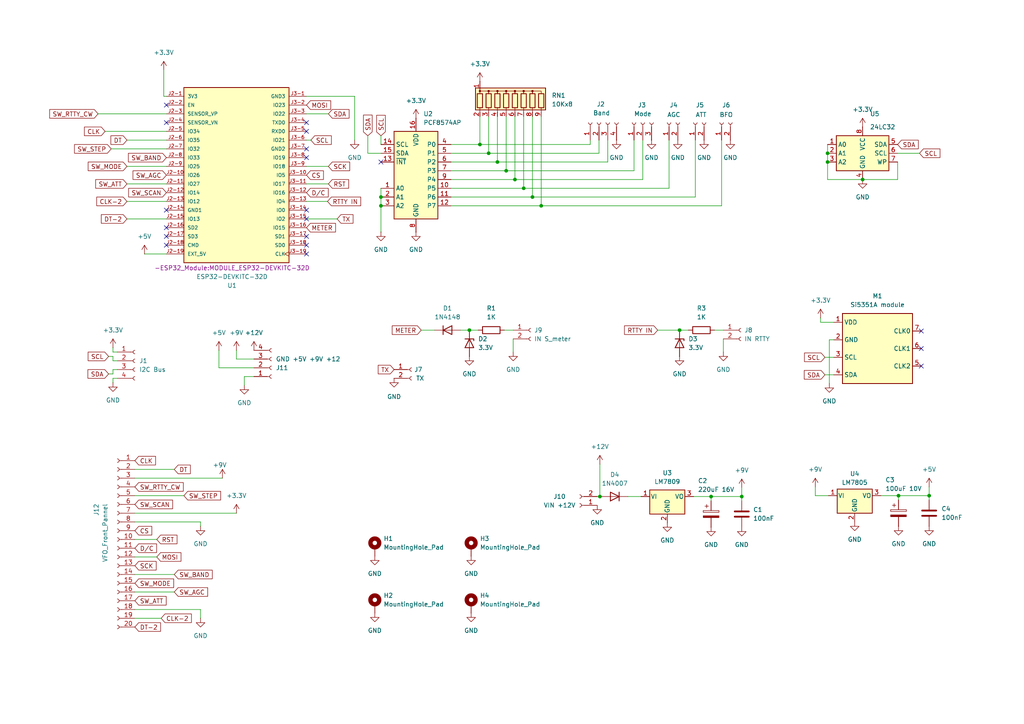
<source format=kicad_sch>
(kicad_sch (version 20250114) (generator "eeschema") (generator_version "9.0")
  (paper "A4")
  (lib_symbols
    (symbol "- ESP32_Module:ESP32-DEVKITC-32D" (pin_names (offset 1.016))
      (property "Reference" "U1" (at 0 33.02 0))
      (property "Value" "ESP32-DEVKITC-32D" (at 0 30.48 0))
      (property "Footprint" "Module_Added:MODULE_ESP32-DEVKITC-32D" (at 0 27.94 0))
      (symbol "ESP32-DEVKITC-32D_0_0"
        (pin input line (at -20.32 20.32 0) (length 5.08) (name "EN") (number "J2-2"))
        (pin input line (at -20.32 17.78 0) (length 5.08) (name "SENSOR_VP") (number "J2-3"))
        (pin input line (at -20.32 15.24 0) (length 5.08) (name "SENSOR_VN") (number "J2-4"))
        (pin bidirectional line (at -20.32 12.7 0) (length 5.08) (name "IO34") (number "J2-5"))
        (pin bidirectional line (at -20.32 10.16 0) (length 5.08) (name "IO35") (number "J2-6"))
        (pin bidirectional line (at -20.32 7.62 0) (length 5.08) (name "IO32") (number "J2-7"))
        (pin bidirectional line (at -20.32 5.08 0) (length 5.08) (name "IO33") (number "J2-8"))
        (pin bidirectional line (at -20.32 2.54 0) (length 5.08) (name "IO25") (number "J2-9"))
        (pin bidirectional line (at -20.32 0 0) (length 5.08) (name "IO26") (number "J2-10"))
        (pin bidirectional line (at -20.32 -2.54 0) (length 5.08) (name "IO27") (number "J2-11"))
        (pin bidirectional line (at -20.32 -5.08 0) (length 5.08) (name "IO14") (number "J2-12"))
        (pin bidirectional line (at -20.32 -7.62 0) (length 5.08) (name "IO12") (number "J2-13"))
        (pin power_in line (at -20.32 -10.16 0) (length 5.08) (name "GND1") (number "J2-14"))
        (pin bidirectional line (at -20.32 -12.7 0) (length 5.08) (name "IO13") (number "J2-15"))
        (pin bidirectional line (at -20.32 -15.24 0) (length 5.08) (name "SD2") (number "J2-16"))
        (pin bidirectional line (at -20.32 -17.78 0) (length 5.08) (name "SD3") (number "J2-17"))
        (pin bidirectional line (at -20.32 -20.32 0) (length 5.08) (name "CMD") (number "J2-18"))
        (pin power_in line (at -20.32 -22.86 0) (length 5.08) (name "EXT_5V") (number "J2-19"))
        (pin power_in line (at 20.32 22.86 180) (length 5.08) (name "GND3") (number "J3-1"))
        (pin bidirectional line (at 20.32 20.32 180) (length 5.08) (name "IO23") (number "J3-2"))
        (pin bidirectional line (at 20.32 17.78 180) (length 5.08) (name "IO22") (number "J3-3"))
        (pin output line (at 20.32 15.24 180) (length 5.08) (name "TXD0") (number "J3-4"))
        (pin input line (at 20.32 12.7 180) (length 5.08) (name "RXD0") (number "J3-5"))
        (pin bidirectional line (at 20.32 10.16 180) (length 5.08) (name "IO21") (number "J3-6"))
        (pin power_in line (at 20.32 7.62 180) (length 5.08) (name "GND2") (number "J3-7"))
        (pin bidirectional line (at 20.32 5.08 180) (length 5.08) (name "IO19") (number "J3-8"))
        (pin bidirectional line (at 20.32 2.54 180) (length 5.08) (name "IO18") (number "J3-9"))
        (pin bidirectional line (at 20.32 0 180) (length 5.08) (name "IO5") (number "J3-10"))
        (pin bidirectional line (at 20.32 -2.54 180) (length 5.08) (name "IO17") (number "J3-11"))
        (pin bidirectional line (at 20.32 -5.08 180) (length 5.08) (name "IO16") (number "J3-12"))
        (pin bidirectional line (at 20.32 -7.62 180) (length 5.08) (name "IO4") (number "J3-13"))
        (pin bidirectional line (at 20.32 -10.16 180) (length 5.08) (name "IO0") (number "J3-14"))
        (pin bidirectional line (at 20.32 -12.7 180) (length 5.08) (name "IO2") (number "J3-15"))
        (pin bidirectional line (at 20.32 -15.24 180) (length 5.08) (name "IO15") (number "J3-16"))
        (pin bidirectional line (at 20.32 -17.78 180) (length 5.08) (name "SD1") (number "J3-17"))
        (pin bidirectional line (at 20.32 -20.32 180) (length 5.08) (name "SD0") (number "J3-18"))
        (pin input clock (at 20.32 -22.86 180) (length 5.08) (name "CLK") (number "J3-19"))
      )
      (symbol "ESP32-DEVKITC-32D_1_0"
        (pin power_out line (at -20.32 22.86 0) (length 5.08) (name "3V3") (number "J2-1"))
      )
    )
    (symbol "- Periferial_Module:Si5351A module"
      (property "Reference" "M" (at -8.89 11.43 0))
      (property "Value" "Si5351A module" (at 0.254 -11.938 0))
      (symbol "Si5351A module_1_1"
        (pin power_in line (at -12.7 7.62 0) (length 2.54) (name "VDD") (number "1"))
        (pin power_in line (at -12.7 2.54 0) (length 2.54) (name "GND") (number "2"))
        (pin input line (at -12.7 -2.54 0) (length 2.54) (name "SCL") (number "3"))
        (pin bidirectional line (at -12.7 -7.62 0) (length 2.54) (name "SDA") (number "4"))
        (pin output line (at 12.7 5.08 180) (length 2.54) (name "CLK0") (number "7"))
        (pin output line (at 12.7 0 180) (length 2.54) (name "CLK1") (number "6"))
        (pin output line (at 12.7 -5.08 180) (length 2.54) (name "CLK2") (number "5"))
      )
    )
    (symbol "Connector:Conn_01x02_Socket" (pin_names (offset 1.016) (hide yes))
      (property "Reference" "J" (at 0 2.54 0))
      (property "Value" "Conn_01x02_Socket" (at 0 -5.08 0))
      (symbol "Conn_01x02_Socket_1_1"
        (pin passive line (at -5.08 0 0) (length 3.81) (name "Pin_1") (number "1"))
        (pin passive line (at -5.08 -2.54 0) (length 3.81) (name "Pin_2") (number "2"))
      )
    )
    (symbol "Connector:Conn_01x03_Socket" (pin_names (offset 1.016) (hide yes))
      (property "Reference" "J" (at 0 5.08 0))
      (property "Value" "Conn_01x03_Socket" (at 0 -5.08 0))
      (symbol "Conn_01x03_Socket_1_1"
        (pin passive line (at -5.08 2.54 0) (length 3.81) (name "Pin_1") (number "1"))
        (pin passive line (at -5.08 0 0) (length 3.81) (name "Pin_2") (number "2"))
        (pin passive line (at -5.08 -2.54 0) (length 3.81) (name "Pin_3") (number "3"))
      )
    )
    (symbol "Connector:Conn_01x04_Socket" (pin_names (offset 1.016) (hide yes))
      (property "Reference" "J" (at 0 5.08 0))
      (property "Value" "Conn_01x04_Socket" (at 0 -7.62 0))
      (symbol "Conn_01x04_Socket_1_1"
        (pin passive line (at -5.08 2.54 0) (length 3.81) (name "Pin_1") (number "1"))
        (pin passive line (at -5.08 0 0) (length 3.81) (name "Pin_2") (number "2"))
        (pin passive line (at -5.08 -2.54 0) (length 3.81) (name "Pin_3") (number "3"))
        (pin passive line (at -5.08 -5.08 0) (length 3.81) (name "Pin_4") (number "4"))
      )
    )
    (symbol "Connector:Conn_01x20_Socket" (pin_names (offset 1.016) (hide yes))
      (property "Reference" "J" (at 0 25.4 0))
      (property "Value" "Conn_01x20_Socket" (at 0 -27.94 0))
      (symbol "Conn_01x20_Socket_1_1"
        (pin passive line (at -5.08 22.86 0) (length 3.81) (name "Pin_1") (number "1"))
        (pin passive line (at -5.08 20.32 0) (length 3.81) (name "Pin_2") (number "2"))
        (pin passive line (at -5.08 17.78 0) (length 3.81) (name "Pin_3") (number "3"))
        (pin passive line (at -5.08 15.24 0) (length 3.81) (name "Pin_4") (number "4"))
        (pin passive line (at -5.08 12.7 0) (length 3.81) (name "Pin_5") (number "5"))
        (pin passive line (at -5.08 10.16 0) (length 3.81) (name "Pin_6") (number "6"))
        (pin passive line (at -5.08 7.62 0) (length 3.81) (name "Pin_7") (number "7"))
        (pin passive line (at -5.08 5.08 0) (length 3.81) (name "Pin_8") (number "8"))
        (pin passive line (at -5.08 2.54 0) (length 3.81) (name "Pin_9") (number "9"))
        (pin passive line (at -5.08 0 0) (length 3.81) (name "Pin_10") (number "10"))
        (pin passive line (at -5.08 -2.54 0) (length 3.81) (name "Pin_11") (number "11"))
        (pin passive line (at -5.08 -5.08 0) (length 3.81) (name "Pin_12") (number "12"))
        (pin passive line (at -5.08 -7.62 0) (length 3.81) (name "Pin_13") (number "13"))
        (pin passive line (at -5.08 -10.16 0) (length 3.81) (name "Pin_14") (number "14"))
        (pin passive line (at -5.08 -12.7 0) (length 3.81) (name "Pin_15") (number "15"))
        (pin passive line (at -5.08 -15.24 0) (length 3.81) (name "Pin_16") (number "16"))
        (pin passive line (at -5.08 -17.78 0) (length 3.81) (name "Pin_17") (number "17"))
        (pin passive line (at -5.08 -20.32 0) (length 3.81) (name "Pin_18") (number "18"))
        (pin passive line (at -5.08 -22.86 0) (length 3.81) (name "Pin_19") (number "19"))
        (pin passive line (at -5.08 -25.4 0) (length 3.81) (name "Pin_20") (number "20"))
      )
    )
    (symbol "Device:C" (pin_numbers (hide yes)) (pin_names (offset 0.254))
      (property "Reference" "C" (at 0.635 2.54 0))
      (property "Value" "C" (at 0.635 -2.54 0))
      (symbol "C_1_1"
        (pin passive line (at 0 3.81 270) (length 2.794) (name "~") (number "1"))
        (pin passive line (at 0 -3.81 90) (length 2.794) (name "~") (number "2"))
      )
    )
    (symbol "Device:C_Polarized" (pin_numbers (hide yes)) (pin_names (offset 0.254))
      (property "Reference" "C" (at 0.635 2.54 0))
      (property "Value" "C_Polarized" (at 0.635 -2.54 0))
      (symbol "C_Polarized_1_1"
        (pin passive line (at 0 3.81 270) (length 2.794) (name "~") (number "1"))
        (pin passive line (at 0 -3.81 90) (length 2.794) (name "~") (number "2"))
      )
    )
    (symbol "Device:R" (pin_numbers (hide yes)) (pin_names (offset 0))
      (property "Reference" "R" (at 2.032 0 90))
      (property "Value" "R" (at 0 0 90))
      (symbol "R_1_1"
        (pin passive line (at 0 3.81 270) (length 1.27) (name "~") (number "1"))
        (pin passive line (at 0 -3.81 90) (length 1.27) (name "~") (number "2"))
      )
    )
    (symbol "Device:R_Network08" (pin_names (offset 0) (hide yes))
      (property "Reference" "RN" (at -12.7 0 90))
      (property "Value" "R_Network08" (at 10.16 0 90))
      (symbol "R_Network08_1_1"
        (pin passive line (at -10.16 5.08 270) (length 2.54) (name "common") (number "1"))
        (pin passive line (at -10.16 -5.08 90) (length 1.27) (name "R1") (number "2"))
        (pin passive line (at -7.62 -5.08 90) (length 1.27) (name "R2") (number "3"))
        (pin passive line (at -5.08 -5.08 90) (length 1.27) (name "R3") (number "4"))
        (pin passive line (at -2.54 -5.08 90) (length 1.27) (name "R4") (number "5"))
        (pin passive line (at 0 -5.08 90) (length 1.27) (name "R5") (number "6"))
        (pin passive line (at 2.54 -5.08 90) (length 1.27) (name "R6") (number "7"))
        (pin passive line (at 5.08 -5.08 90) (length 1.27) (name "R7") (number "8"))
        (pin passive line (at 7.62 -5.08 90) (length 1.27) (name "R8") (number "9"))
      )
    )
    (symbol "Diode:1N4007" (pin_numbers (hide yes)) (pin_names (hide yes))
      (property "Reference" "D" (at 0 2.54 0))
      (property "Value" "1N4007" (at 0 -2.54 0))
      (symbol "1N4007_1_1"
        (pin passive line (at -3.81 0 0) (length 2.54) (name "K") (number "1"))
        (pin passive line (at 3.81 0 180) (length 2.54) (name "A") (number "2"))
      )
    )
    (symbol "Diode:1N4148" (pin_numbers (hide yes)) (pin_names (hide yes))
      (property "Reference" "D" (at 0 2.54 0))
      (property "Value" "1N4148" (at 0 -2.54 0))
      (symbol "1N4148_1_1"
        (pin passive line (at -3.81 0 0) (length 2.54) (name "K") (number "1"))
        (pin passive line (at 3.81 0 180) (length 2.54) (name "A") (number "2"))
      )
    )
    (symbol "Diode:DZ2S033X0L" (pin_numbers (hide yes)) (pin_names (hide yes))
      (property "Reference" "D" (at 0 2.54 0))
      (property "Value" "DZ2S033X0L" (at 0 -2.54 0))
      (symbol "DZ2S033X0L_1_1"
        (pin passive line (at -3.81 0 0) (length 2.54) (name "K") (number "1"))
        (pin passive line (at 3.81 0 180) (length 2.54) (name "A") (number "2"))
      )
    )
    (symbol "Interface_Expansion:PCF8574AP"
      (property "Reference" "U" (at -6.35 12.954 0))
      (property "Value" "PCF8574AP" (at 3.048 12.954 0))
      (symbol "PCF8574AP_1_1"
        (pin input line (at -10.16 7.62 0) (length 3.81) (name "SCL") (number "14"))
        (pin bidirectional line (at -10.16 5.08 0) (length 3.81) (name "SDA") (number "15"))
        (pin open_collector line (at -10.16 2.54 0) (length 3.81) (name "~{INT}") (number "13"))
        (pin input line (at -10.16 -5.08 0) (length 3.81) (name "A0") (number "1"))
        (pin input line (at -10.16 -7.62 0) (length 3.81) (name "A1") (number "2"))
        (pin input line (at -10.16 -10.16 0) (length 3.81) (name "A2") (number "3"))
        (pin power_in line (at 0 15.24 270) (length 3.81) (name "VDD") (number "16"))
        (pin power_in line (at 0 -17.78 90) (length 3.81) (name "GND") (number "8"))
        (pin bidirectional line (at 10.16 7.62 180) (length 3.81) (name "P0") (number "4"))
        (pin bidirectional line (at 10.16 5.08 180) (length 3.81) (name "P1") (number "5"))
        (pin bidirectional line (at 10.16 2.54 180) (length 3.81) (name "P2") (number "6"))
        (pin bidirectional line (at 10.16 0 180) (length 3.81) (name "P3") (number "7"))
        (pin bidirectional line (at 10.16 -2.54 180) (length 3.81) (name "P4") (number "9"))
        (pin bidirectional line (at 10.16 -5.08 180) (length 3.81) (name "P5") (number "10"))
        (pin bidirectional line (at 10.16 -7.62 180) (length 3.81) (name "P6") (number "11"))
        (pin bidirectional line (at 10.16 -10.16 180) (length 3.81) (name "P7") (number "12"))
      )
    )
    (symbol "Mechanical:MountingHole_Pad" (pin_numbers (hide yes)) (pin_names (offset 1.016) (hide yes)) (exclude_from_sim yes) (in_bom no)
      (property "Reference" "H" (at 0 6.35 0))
      (property "Value" "MountingHole_Pad" (at 0 4.445 0))
      (symbol "MountingHole_Pad_1_1"
        (pin input line (at 0 -2.54 90) (length 2.54) (name "1") (number "1"))
      )
    )
    (symbol "Memory_EEPROM:24LC32"
      (property "Reference" "U" (at -6.35 6.35 0))
      (property "Value" "24LC32" (at 1.27 6.35 0))
      (symbol "24LC32_1_1"
        (pin input line (at -10.16 2.54 0) (length 2.54) (name "A0") (number "1"))
        (pin input line (at -10.16 0 0) (length 2.54) (name "A1") (number "2"))
        (pin input line (at -10.16 -2.54 0) (length 2.54) (name "A2") (number "3"))
        (pin power_in line (at 0 7.62 270) (length 2.54) (name "VCC") (number "8"))
        (pin power_in line (at 0 -7.62 90) (length 2.54) (name "GND") (number "4"))
        (pin bidirectional line (at 10.16 2.54 180) (length 2.54) (name "SDA") (number "5"))
        (pin input line (at 10.16 0 180) (length 2.54) (name "SCL") (number "6"))
        (pin input line (at 10.16 -2.54 180) (length 2.54) (name "WP") (number "7"))
      )
    )
    (symbol "Regulator_Linear:LM7805_TO220" (pin_names (offset 0.254))
      (property "Reference" "U" (at -3.81 3.175 0))
      (property "Value" "LM7805_TO220" (at 0 3.175 0))
      (symbol "LM7805_TO220_1_1"
        (pin power_in line (at -7.62 0 0) (length 2.54) (name "VI") (number "1"))
        (pin power_in line (at 0 -7.62 90) (length 2.54) (name "GND") (number "2"))
        (pin power_out line (at 7.62 0 180) (length 2.54) (name "VO") (number "3"))
      )
    )
    (symbol "Regulator_Linear:LM7809_TO220" (pin_names (offset 0.254))
      (property "Reference" "U" (at -3.81 3.175 0))
      (property "Value" "LM7809_TO220" (at 0 3.175 0))
      (symbol "LM7809_TO220_1_1"
        (pin power_in line (at -7.62 0 0) (length 2.54) (name "VI") (number "1"))
        (pin power_in line (at 0 -7.62 90) (length 2.54) (name "GND") (number "2"))
        (pin power_out line (at 7.62 0 180) (length 2.54) (name "VO") (number "3"))
      )
    )
    (symbol "power:+12V" (power) (pin_numbers (hide yes)) (pin_names (offset 0) (hide yes))
      (property "Value" "+12V" (at 0 3.556 0))
      (symbol "+12V_1_1"
        (pin power_in line (at 0 0 90) (length 0) (name "~") (number "1"))
      )
    )
    (symbol "power:+3.3V" (power) (pin_numbers (hide yes)) (pin_names (offset 0) (hide yes))
      (property "Value" "+3.3V" (at 0 3.556 0))
      (symbol "+3.3V_1_1"
        (pin power_in line (at 0 0 90) (length 0) (name "~") (number "1"))
      )
    )
    (symbol "power:+5V" (power) (pin_numbers (hide yes)) (pin_names (offset 0) (hide yes))
      (property "Value" "+5V" (at 0 3.556 0))
      (symbol "+5V_1_1"
        (pin power_in line (at 0 0 90) (length 0) (name "~") (number "1"))
      )
    )
    (symbol "power:+9V" (power) (pin_numbers (hide yes)) (pin_names (offset 0) (hide yes))
      (property "Value" "+9V" (at 0 3.556 0))
      (symbol "+9V_1_1"
        (pin power_in line (at 0 0 90) (length 0) (name "~") (number "1"))
      )
    )
    (symbol "power:GND" (power) (pin_numbers (hide yes)) (pin_names (offset 0) (hide yes))
      (property "Value" "GND" (at 0 -3.81 0))
      (symbol "GND_1_1"
        (pin power_in line (at 0 0 270) (length 0) (name "~") (number "1"))
      )
    )
  )
  (junction (at 215.138 144.018))
  (junction (at 136.144 95.758))
  (junction (at 144.272 46.99))
  (junction (at 206.248 144.018))
  (junction (at 110.49 57.15))
  (junction (at 173.99 144.018))
  (junction (at 146.812 49.53))
  (junction (at 110.49 59.69))
  (junction (at 240.03 44.45))
  (junction (at 250.19 52.07))
  (junction (at 260.604 143.764))
  (junction (at 149.352 52.07))
  (junction (at 141.732 44.45))
  (junction (at 139.192 41.91))
  (junction (at 269.494 143.764))
  (junction (at 240.03 46.99))
  (junction (at 156.972 59.69))
  (junction (at 197.104 95.758))
  (junction (at 151.892 54.61))
  (junction (at 154.432 57.15))
  (no_connect (at 88.9 71.12))
  (no_connect (at 88.9 73.66))
  (no_connect (at 88.9 45.72))
  (no_connect (at 88.9 63.5))
  (no_connect (at 110.49 46.99))
  (no_connect (at 48.26 71.12))
  (no_connect (at 48.26 66.04))
  (no_connect (at 48.26 68.58))
  (no_connect (at 88.9 35.56))
  (no_connect (at 88.9 60.96))
  (no_connect (at 267.208 106.172))
  (no_connect (at 88.9 38.1))
  (no_connect (at 88.9 68.58))
  (no_connect (at 48.26 60.96))
  (no_connect (at 267.208 96.012))
  (no_connect (at 48.26 35.56))
  (no_connect (at 48.26 30.48))
  (no_connect (at 88.9 43.18))
  (no_connect (at 267.208 101.092))
  (no_connect (at 331.47 -77.47))
  (wire (pts (xy 88.9 48.26) (xy 95.25 48.26)))
  (wire (pts (xy 144.272 46.99) (xy 176.276 46.99)))
  (wire (pts (xy 63.5 106.68) (xy 73.66 106.68)))
  (wire (pts (xy 63.5 101.6) (xy 63.5 106.68)))
  (wire (pts (xy 156.972 33.782) (xy 156.972 59.69)))
  (wire (pts (xy 45.466 156.464) (xy 39.116 156.464)))
  (wire (pts (xy 209.296 59.69) (xy 209.296 40.64)))
  (wire (pts (xy 110.49 57.15) (xy 110.49 59.69)))
  (wire (pts (xy 183.896 49.53) (xy 183.896 40.64)))
  (wire (pts (xy 136.144 95.758) (xy 138.684 95.758)))
  (wire (pts (xy 32.766 107.188) (xy 34.036 107.188)))
  (wire (pts (xy 88.9 53.34) (xy 95.25 53.34)))
  (wire (pts (xy 260.35 44.45) (xy 266.7 44.45)))
  (wire (pts (xy 34.036 102.108) (xy 32.766 102.108)))
  (wire (pts (xy 28.448 33.02) (xy 48.26 33.02)))
  (wire (pts (xy 32.766 109.728) (xy 32.766 110.998)))
  (wire (pts (xy 209.804 98.298) (xy 209.804 102.108)))
  (wire (pts (xy 269.494 145.034) (xy 269.494 143.764)))
  (wire (pts (xy 50.546 136.144) (xy 39.116 136.144)))
  (wire (pts (xy 70.866 109.22) (xy 73.66 109.22)))
  (wire (pts (xy 239.268 103.632) (xy 241.808 103.632)))
  (wire (pts (xy 260.604 143.764) (xy 255.524 143.764)))
  (wire (pts (xy 68.58 148.844) (xy 39.116 148.844)))
  (wire (pts (xy 30.48 38.1) (xy 48.26 38.1)))
  (wire (pts (xy 36.83 53.34) (xy 48.26 53.34)))
  (wire (pts (xy 149.352 33.782) (xy 149.352 52.07)))
  (wire (pts (xy 156.972 59.69) (xy 209.296 59.69)))
  (wire (pts (xy 130.81 44.45) (xy 141.732 44.45)))
  (wire (pts (xy 144.272 33.782) (xy 144.272 46.99)))
  (wire (pts (xy 45.466 161.544) (xy 39.116 161.544)))
  (wire (pts (xy 106.68 39.37) (xy 106.68 44.45)))
  (wire (pts (xy 97.79 63.5) (xy 88.9 63.5)))
  (wire (pts (xy 240.03 52.07) (xy 250.19 52.07)))
  (wire (pts (xy 141.732 33.782) (xy 141.732 44.45)))
  (wire (pts (xy 148.844 98.298) (xy 148.844 102.108)))
  (wire (pts (xy 130.81 59.69) (xy 156.972 59.69)))
  (wire (pts (xy 122.174 95.758) (xy 125.984 95.758)))
  (wire (pts (xy 95.25 33.02) (xy 88.9 33.02)))
  (wire (pts (xy 102.87 27.94) (xy 102.87 40.64)))
  (wire (pts (xy 47.498 20.32) (xy 47.498 27.94)))
  (wire (pts (xy 130.81 52.07) (xy 149.352 52.07)))
  (wire (pts (xy 241.808 98.552) (xy 240.538 98.552)))
  (wire (pts (xy 130.81 54.61) (xy 151.892 54.61)))
  (wire (pts (xy 32.766 102.108) (xy 32.766 100.838)))
  (wire (pts (xy 146.812 33.782) (xy 146.812 49.53)))
  (wire (pts (xy 237.998 92.202) (xy 237.998 93.472)))
  (wire (pts (xy 88.9 40.64) (xy 90.17 40.64)))
  (wire (pts (xy 215.138 141.478) (xy 215.138 144.018)))
  (wire (pts (xy 269.494 141.224) (xy 269.494 143.764)))
  (wire (pts (xy 58.166 151.384) (xy 58.166 152.654)))
  (wire (pts (xy 240.03 41.91) (xy 240.03 44.45)))
  (wire (pts (xy 139.192 41.91) (xy 171.196 41.91)))
  (wire (pts (xy 64.516 138.684) (xy 39.116 138.684)))
  (wire (pts (xy 41.91 73.66) (xy 48.26 73.66)))
  (wire (pts (xy 237.998 93.472) (xy 241.808 93.472)))
  (wire (pts (xy 32.766 108.458) (xy 32.766 107.188)))
  (wire (pts (xy 151.892 33.782) (xy 151.892 54.61)))
  (wire (pts (xy 173.228 144.018) (xy 173.99 144.018)))
  (wire (pts (xy 53.34 143.764) (xy 39.116 143.764)))
  (wire (pts (xy 141.732 44.45) (xy 173.736 44.45)))
  (wire (pts (xy 151.892 54.61) (xy 194.056 54.61)))
  (wire (pts (xy 46.736 179.324) (xy 39.116 179.324)))
  (wire (pts (xy 36.83 40.64) (xy 48.26 40.64)))
  (wire (pts (xy 36.83 48.26) (xy 48.26 48.26)))
  (wire (pts (xy 88.9 27.94) (xy 102.87 27.94)))
  (wire (pts (xy 50.546 166.624) (xy 39.116 166.624)))
  (wire (pts (xy 32.258 43.18) (xy 48.26 43.18)))
  (wire (pts (xy 260.35 46.99) (xy 260.35 52.07)))
  (wire (pts (xy 260.604 143.764) (xy 260.604 145.034)))
  (wire (pts (xy 240.03 46.99) (xy 240.03 52.07)))
  (wire (pts (xy 146.304 95.758) (xy 148.844 95.758)))
  (wire (pts (xy 139.192 33.782) (xy 139.192 41.91)))
  (wire (pts (xy 207.264 95.758) (xy 209.804 95.758)))
  (wire (pts (xy 154.432 57.15) (xy 201.676 57.15)))
  (wire (pts (xy 173.99 144.018) (xy 174.498 144.018)))
  (wire (pts (xy 110.49 54.61) (xy 110.49 57.15)))
  (wire (pts (xy 68.58 104.14) (xy 73.66 104.14)))
  (wire (pts (xy 194.056 54.61) (xy 194.056 40.64)))
  (wire (pts (xy 197.104 95.758) (xy 199.644 95.758)))
  (wire (pts (xy 31.496 103.378) (xy 32.766 103.378)))
  (wire (pts (xy 171.196 41.91) (xy 171.196 40.64)))
  (wire (pts (xy 110.49 59.69) (xy 110.49 67.31)))
  (wire (pts (xy 58.166 176.784) (xy 58.166 179.324)))
  (wire (pts (xy 88.9 58.42) (xy 94.996 58.42)))
  (wire (pts (xy 68.58 101.6) (xy 68.58 104.14)))
  (wire (pts (xy 130.81 49.53) (xy 146.812 49.53)))
  (wire (pts (xy 173.99 134.62) (xy 173.99 144.018)))
  (wire (pts (xy 260.35 52.07) (xy 250.19 52.07)))
  (wire (pts (xy 50.546 171.704) (xy 39.116 171.704)))
  (wire (pts (xy 215.138 144.018) (xy 206.248 144.018)))
  (wire (pts (xy 206.248 144.018) (xy 201.168 144.018)))
  (wire (pts (xy 130.81 41.91) (xy 139.192 41.91)))
  (wire (pts (xy 146.812 49.53) (xy 183.896 49.53)))
  (wire (pts (xy 173.736 44.45) (xy 173.736 40.64)))
  (wire (pts (xy 36.83 58.42) (xy 48.26 58.42)))
  (wire (pts (xy 185.928 144.018) (xy 182.118 144.018)))
  (wire (pts (xy 206.248 144.018) (xy 206.248 145.288)))
  (wire (pts (xy 215.138 145.288) (xy 215.138 144.018)))
  (wire (pts (xy 34.036 109.728) (xy 32.766 109.728)))
  (wire (pts (xy 269.494 143.764) (xy 260.604 143.764)))
  (wire (pts (xy 39.116 151.384) (xy 58.166 151.384)))
  (wire (pts (xy 186.436 52.07) (xy 186.436 40.64)))
  (wire (pts (xy 130.81 46.99) (xy 144.272 46.99)))
  (wire (pts (xy 70.866 109.22) (xy 70.866 111.76)))
  (wire (pts (xy 240.538 98.552) (xy 240.538 111.252)))
  (wire (pts (xy 240.03 44.45) (xy 240.03 46.99)))
  (wire (pts (xy 239.268 108.712) (xy 241.808 108.712)))
  (wire (pts (xy 110.49 39.37) (xy 110.49 41.91)))
  (wire (pts (xy 47.498 27.94) (xy 48.26 27.94)))
  (wire (pts (xy 39.116 176.784) (xy 58.166 176.784)))
  (wire (pts (xy 36.83 63.5) (xy 48.26 63.5)))
  (wire (pts (xy 149.352 52.07) (xy 186.436 52.07)))
  (wire (pts (xy 130.81 57.15) (xy 154.432 57.15)))
  (wire (pts (xy 32.766 103.378) (xy 32.766 104.648)))
  (wire (pts (xy 176.276 46.99) (xy 176.276 40.64)))
  (wire (pts (xy 154.432 33.782) (xy 154.432 57.15)))
  (wire (pts (xy 106.68 44.45) (xy 110.49 44.45)))
  (wire (pts (xy 31.496 108.458) (xy 32.766 108.458)))
  (wire (pts (xy 133.604 95.758) (xy 136.144 95.758)))
  (wire (pts (xy 201.676 57.15) (xy 201.676 40.64)))
  (wire (pts (xy 236.474 141.224) (xy 236.474 143.764)))
  (wire (pts (xy 190.754 95.758) (xy 197.104 95.758)))
  (wire (pts (xy 236.474 143.764) (xy 240.284 143.764)))
  (wire (pts (xy 32.766 104.648) (xy 34.036 104.648)))
  (global_label "RST" (shape input) (at 95.25 53.34 0) (property "Intersheetrefs" "${INTERSHEET_REFS}" (effects (hide yes))))
  (global_label "SCK" (shape input) (at 39.116 164.084 0) (property "Intersheetrefs" "${INTERSHEET_REFS}" (effects (hide yes))))
  (global_label "SW_RTTY_CW" (shape input) (at 39.116 141.224 0) (property "Intersheetrefs" "${INTERSHEET_REFS}" (effects (hide yes))))
  (global_label "SDA" (shape input) (at 239.268 108.712 180) (property "Intersheetrefs" "${INTERSHEET_REFS}" (effects (hide yes))))
  (global_label "CLK-2" (shape input) (at 36.83 58.42 180) (property "Intersheetrefs" "${INTERSHEET_REFS}" (effects (hide yes))))
  (global_label "D{slash}C" (shape input) (at 88.9 55.88 0) (property "Intersheetrefs" "${INTERSHEET_REFS}" (effects (hide yes))))
  (global_label "CLK" (shape input) (at 39.116 133.604 0) (property "Intersheetrefs" "${INTERSHEET_REFS}" (effects (hide yes))))
  (global_label "SW_STEP" (shape input) (at 53.34 143.764 0) (property "Intersheetrefs" "${INTERSHEET_REFS}" (effects (hide yes))))
  (global_label "SW_RTTY_CW" (shape input) (at 28.448 33.02 180) (property "Intersheetrefs" "${INTERSHEET_REFS}" (effects (hide yes))))
  (global_label "MOSI" (shape input) (at 88.9 30.48 0) (property "Intersheetrefs" "${INTERSHEET_REFS}" (effects (hide yes))))
  (global_label "SDA" (shape input) (at 260.35 41.91 0) (property "Intersheetrefs" "${INTERSHEET_REFS}" (effects (hide yes))))
  (global_label "DT" (shape input) (at 36.83 40.64 180) (property "Intersheetrefs" "${INTERSHEET_REFS}" (effects (hide yes))))
  (global_label "SW_BAND" (shape input) (at 48.26 45.72 180) (property "Intersheetrefs" "${INTERSHEET_REFS}" (effects (hide yes))))
  (global_label "SDA" (shape input) (at 95.25 33.02 0) (property "Intersheetrefs" "${INTERSHEET_REFS}" (effects (hide yes))))
  (global_label "RTTY IN" (shape input) (at 190.754 95.758 180) (property "Intersheetrefs" "${INTERSHEET_REFS}" (effects (hide yes))))
  (global_label "SCK" (shape input) (at 95.25 48.26 0) (property "Intersheetrefs" "${INTERSHEET_REFS}" (effects (hide yes))))
  (global_label "CLK-2" (shape input) (at 46.736 179.324 0) (property "Intersheetrefs" "${INTERSHEET_REFS}" (effects (hide yes))))
  (global_label "MOSI" (shape input) (at 45.466 161.544 0) (property "Intersheetrefs" "${INTERSHEET_REFS}" (effects (hide yes))))
  (global_label "SCL" (shape input) (at 239.268 103.632 180) (property "Intersheetrefs" "${INTERSHEET_REFS}" (effects (hide yes))))
  (global_label "SCL" (shape input) (at 90.17 40.64 0) (property "Intersheetrefs" "${INTERSHEET_REFS}" (effects (hide yes))))
  (global_label "SW_MODE" (shape input) (at 36.83 48.26 180) (property "Intersheetrefs" "${INTERSHEET_REFS}" (effects (hide yes))))
  (global_label "RST" (shape input) (at 45.466 156.464 0) (property "Intersheetrefs" "${INTERSHEET_REFS}" (effects (hide yes))))
  (global_label "SW_ATT" (shape input) (at 39.116 174.244 0) (property "Intersheetrefs" "${INTERSHEET_REFS}" (effects (hide yes))))
  (global_label "RTTY IN" (shape input) (at 94.996 58.42 0) (property "Intersheetrefs" "${INTERSHEET_REFS}" (effects (hide yes))))
  (global_label "CS" (shape input) (at 88.9 50.8 0) (property "Intersheetrefs" "${INTERSHEET_REFS}" (effects (hide yes))))
  (global_label "CLK" (shape input) (at 30.48 38.1 180) (property "Intersheetrefs" "${INTERSHEET_REFS}" (effects (hide yes))))
  (global_label "D{slash}C" (shape input) (at 39.116 159.004 0) (property "Intersheetrefs" "${INTERSHEET_REFS}" (effects (hide yes))))
  (global_label "SW_SCAN" (shape input) (at 39.116 146.304 0) (property "Intersheetrefs" "${INTERSHEET_REFS}" (effects (hide yes))))
  (global_label "DT-2" (shape input) (at 36.83 63.5 180) (property "Intersheetrefs" "${INTERSHEET_REFS}" (effects (hide yes))))
  (global_label "SCL" (shape input) (at 31.496 103.378 180) (property "Intersheetrefs" "${INTERSHEET_REFS}" (effects (hide yes))))
  (global_label "SW_ATT" (shape input) (at 36.83 53.34 180) (property "Intersheetrefs" "${INTERSHEET_REFS}" (effects (hide yes))))
  (global_label "SCL" (shape input) (at 266.7 44.45 0) (property "Intersheetrefs" "${INTERSHEET_REFS}" (effects (hide yes))))
  (global_label "TX" (shape input) (at 114.3 107.188 180) (property "Intersheetrefs" "${INTERSHEET_REFS}" (effects (hide yes))))
  (global_label "SW_STEP" (shape input) (at 32.258 43.18 180) (property "Intersheetrefs" "${INTERSHEET_REFS}" (effects (hide yes))))
  (global_label "SDA" (shape input) (at 106.68 39.37 90) (property "Intersheetrefs" "${INTERSHEET_REFS}" (effects (hide yes))))
  (global_label "SCL" (shape input) (at 110.49 39.37 90) (property "Intersheetrefs" "${INTERSHEET_REFS}" (effects (hide yes))))
  (global_label "CS" (shape input) (at 39.116 153.924 0) (property "Intersheetrefs" "${INTERSHEET_REFS}" (effects (hide yes))))
  (global_label "SDA" (shape input) (at 31.496 108.458 180) (property "Intersheetrefs" "${INTERSHEET_REFS}" (effects (hide yes))))
  (global_label "SW_BAND" (shape input) (at 50.546 166.624 0) (property "Intersheetrefs" "${INTERSHEET_REFS}" (effects (hide yes))))
  (global_label "SW_SCAN" (shape input) (at 48.26 55.88 180) (property "Intersheetrefs" "${INTERSHEET_REFS}" (effects (hide yes))))
  (global_label "TX" (shape input) (at 97.79 63.5 0) (property "Intersheetrefs" "${INTERSHEET_REFS}" (effects (hide yes))))
  (global_label "SW_AGC" (shape input) (at 50.546 171.704 0) (property "Intersheetrefs" "${INTERSHEET_REFS}" (effects (hide yes))))
  (global_label "METER" (shape input) (at 122.174 95.758 180) (property "Intersheetrefs" "${INTERSHEET_REFS}" (effects (hide yes))))
  (global_label "SW_AGC" (shape input) (at 48.26 50.8 180) (property "Intersheetrefs" "${INTERSHEET_REFS}" (effects (hide yes))))
  (global_label "SW_MODE" (shape input) (at 39.116 169.164 0) (property "Intersheetrefs" "${INTERSHEET_REFS}" (effects (hide yes))))
  (global_label "DT" (shape input) (at 50.546 136.144 0) (property "Intersheetrefs" "${INTERSHEET_REFS}" (effects (hide yes))))
  (global_label "METER" (shape input) (at 88.9 66.04 0) (property "Intersheetrefs" "${INTERSHEET_REFS}" (effects (hide yes))))
  (global_label "DT-2" (shape input) (at 39.116 181.864 0) (property "Intersheetrefs" "${INTERSHEET_REFS}" (effects (hide yes))))
  (symbol (lib_id "Device:R_Network08") (at 149.352 28.702 0) (unit 1)
    (property "Reference" "RN1" (at 160.02 27.6859 0) (effects (justify left)))
    (property "Value" "10Kx8" (at 160.02 30.2259 0) (effects (justify left)))
    (property "Footprint" "Resistor_THT:R_Array_SIP9" (effects (hide yes)))
    (property "Datasheet" "http://www.vishay.com/docs/31509/csc.pdf" (effects (hide yes)))
    (property "Description" "8 resistor network, star topology, bussed resistors, small symbol" (effects (hide yes)))
  )
  (symbol (lib_id "power:+3.3V") (at 139.192 23.622 0) (unit 1)
    (property "Reference" "#PWR021" (effects (hide yes)))
    (property "Value" "+3.3V" (at 139.192 18.542 0))
    (property "Description" "Power symbol creates a global label with name \"+3.3V\"" (effects (hide yes)))
  )
  (symbol (lib_id "power:GND") (at 108.712 161.29 0) (unit 1)
    (property "Reference" "#PWR015" (effects (hide yes)))
    (property "Value" "GND" (at 108.712 166.37 0))
    (property "Description" "Power symbol creates a global label with name \"GND\" , ground" (effects (hide yes)))
  )
  (symbol (lib_id "power:+3.3V") (at 68.58 148.844 0) (mirror y) (unit 1)
    (property "Reference" "#PWR06" (effects (hide yes)))
    (property "Value" "+3.3V" (at 68.58 143.764 0))
    (property "Description" "Power symbol creates a global label with name \"+3.3V\"" (effects (hide yes)))
  )
  (symbol (lib_id "Memory_EEPROM:24LC32") (at 250.19 44.45 0) (unit 1)
    (property "Reference" "U5" (at 252.3333 33.02 0) (effects (justify left)))
    (property "Value" "24LC32" (at 252.3333 36.83 0) (effects (justify left)))
    (property "Footprint" "Package_DIP:DIP-8_W7.62mm" (effects (hide yes)))
    (property "Datasheet" "http://ww1.microchip.com/downloads/en/DeviceDoc/21072G.pdf" (effects (hide yes)))
    (property "Description" "I2C Serial EEPROM, 32Kb, DIP-8/SOIC-8/TSSOP-8/DFN-8" (effects (hide yes)))
  )
  (symbol (lib_id "power:GND") (at 148.844 102.108 0) (unit 1)
    (property "Reference" "#PWR013" (effects (hide yes)))
    (property "Value" "GND" (at 148.844 107.188 0))
    (property "Description" "Power symbol creates a global label with name \"GND\" , ground" (effects (hide yes)))
  )
  (symbol (lib_id "power:GND") (at 196.596 40.64 0) (unit 1)
    (property "Reference" "#PWR029" (effects (hide yes)))
    (property "Value" "GND" (at 196.596 45.72 0))
    (property "Description" "Power symbol creates a global label with name \"GND\" , ground" (effects (hide yes)))
  )
  (symbol (lib_id "power:GND") (at 136.652 161.29 0) (unit 1)
    (property "Reference" "#PWR022" (effects (hide yes)))
    (property "Value" "GND" (at 136.652 166.37 0))
    (property "Description" "Power symbol creates a global label with name \"GND\" , ground" (effects (hide yes)))
  )
  (symbol (lib_id "power:GND") (at 209.804 102.108 0) (unit 1)
    (property "Reference" "#PWR024" (effects (hide yes)))
    (property "Value" "GND" (at 209.804 107.188 0))
    (property "Description" "Power symbol creates a global label with name \"GND\" , ground" (effects (hide yes)))
  )
  (symbol (lib_id "Connector:Conn_01x04_Socket") (at 39.116 104.648 0) (unit 1)
    (property "Reference" "J1" (at 40.386 104.6479 0) (effects (justify left)))
    (property "Value" "I2C Bus" (at 40.386 107.1879 0) (effects (justify left)))
    (property "Footprint" "Connector_JST:JST_EH_B4B-EH-A_1x04_P2.50mm_Vertical" (effects (hide yes)))
    (property "Description" "Generic connector, single row, 01x04, script generated" (effects (hide yes)))
  )
  (symbol (lib_id "Connector:Conn_01x04_Socket") (at 78.74 106.68 0) (mirror x) (unit 1)
    (property "Reference" "J11" (at 80.01 106.6801 0) (effects (justify left)))
    (property "Value" "GND +5V +9V +12" (at 80.01 104.1401 0) (effects (justify left)))
    (property "Footprint" "Connector_JST:JST_EH_B4B-EH-A_1x04_P2.50mm_Vertical" (effects (hide yes)))
    (property "Description" "Generic connector, single row, 01x04, script generated" (effects (hide yes)))
  )
  (symbol (lib_id "power:+5V") (at 269.494 141.224 0) (unit 1)
    (property "Reference" "#PWR042" (effects (hide yes)))
    (property "Value" "+5V" (at 269.494 136.144 0))
    (property "Description" "Power symbol creates a global label with name \"+5V\"" (effects (hide yes)))
  )
  (symbol (lib_id "power:GND") (at 247.904 151.384 0) (unit 1)
    (property "Reference" "#PWR035" (effects (hide yes)))
    (property "Value" "GND" (at 247.904 156.464 0))
    (property "Description" "Power symbol creates a global label with name \"GND\" , ground" (effects (hide yes)))
  )
  (symbol (lib_id "- ESP32_Module:ESP32-DEVKITC-32D") (at 68.58 50.8 0) (unit 1)
    (property "Reference" "U1" (at 67.31 82.804 0))
    (property "Value" "ESP32-DEVKITC-32D" (at 67.31 80.264 0))
    (property "Footprint" "-ESP32_Module:MODULE_ESP32-DEVKITC-32D" (at 67.31 77.724 0))
    (property "PARTREV" "V4" (effects (hide yes)))
    (property "STANDARD" "Manufacturer Recommendations" (effects (hide yes)))
    (property "SNAPEDA_PN" "ESP32-DEVKITC-32D" (effects (hide yes)))
    (property "MAXIMUM_PACKAGE_HEIGHT" "N/A" (effects (hide yes)))
    (property "MANUFACTURER" "Espressif Systems" (effects (hide yes)))
  )
  (symbol (lib_id "power:+3.3V") (at 32.766 100.838 0) (unit 1)
    (property "Reference" "#PWR01" (effects (hide yes)))
    (property "Value" "+3.3V" (at 32.766 95.758 0))
    (property "Description" "Power symbol creates a global label with name \"+3.3V\"" (effects (hide yes)))
  )
  (symbol (lib_id "power:GND") (at 136.144 103.378 0) (unit 1)
    (property "Reference" "#PWR08" (effects (hide yes)))
    (property "Value" "GND" (at 136.144 108.458 0))
    (property "Description" "Power symbol creates a global label with name \"GND\" , ground" (effects (hide yes)))
  )
  (symbol (lib_id "Connector:Conn_01x20_Socket") (at 34.036 156.464 0) (mirror y) (unit 1)
    (property "Reference" "J12" (at 27.94 146.05 90) (effects (justify right)))
    (property "Value" "VFO_Front_Pannel" (at 30.48 146.05 90) (effects (justify right)))
    (property "Footprint" "Connector_PinHeader_2.54mm:PinHeader_1x20_P2.54mm_Vertical" (effects (hide yes)))
    (property "Description" "Generic connector, single row, 01x20, script generated" (effects (hide yes)))
  )
  (symbol (lib_id "power:GND") (at 197.104 103.378 0) (unit 1)
    (property "Reference" "#PWR020" (effects (hide yes)))
    (property "Value" "GND" (at 197.104 108.458 0))
    (property "Description" "Power symbol creates a global label with name \"GND\" , ground" (effects (hide yes)))
  )
  (symbol (lib_id "power:GND") (at 102.87 40.64 0) (unit 1)
    (property "Reference" "#PWR014" (effects (hide yes)))
    (property "Value" "GND" (at 102.87 45.72 0))
    (property "Description" "Power symbol creates a global label with name \"GND\" , ground" (effects (hide yes)))
  )
  (symbol (lib_id "power:GND") (at 58.166 179.324 0) (mirror y) (unit 1)
    (property "Reference" "#PWR09" (effects (hide yes)))
    (property "Value" "GND" (at 58.166 184.404 0))
    (property "Description" "Power symbol creates a global label with name \"GND\" , ground" (effects (hide yes)))
  )
  (symbol (lib_id "power:GND") (at 120.65 67.31 0) (unit 1)
    (property "Reference" "#PWR019" (effects (hide yes)))
    (property "Value" "GND" (at 120.65 72.39 0))
    (property "Description" "Power symbol creates a global label with name \"GND\" , ground" (effects (hide yes)))
  )
  (symbol (lib_id "Device:R") (at 203.454 95.758 90) (unit 1)
    (property "Reference" "R3" (at 203.454 89.408 90))
    (property "Value" "1K" (at 203.454 91.948 90))
    (property "Footprint" "Resistor_THT:R_Axial_DIN0207_L6.3mm_D2.5mm_P10.16mm_Horizontal" (effects (hide yes)))
    (property "Description" "Resistor" (effects (hide yes)))
  )
  (symbol (lib_id "Device:C_Polarized") (at 260.604 148.844 0) (unit 1)
    (property "Reference" "C3" (at 256.794 139.192 0) (effects (justify left)))
    (property "Value" "100uF 10V" (at 256.794 141.732 0) (effects (justify left)))
    (property "Footprint" "Capacitor_THT:CP_Radial_D5.0mm_P2.00mm" (effects (hide yes)))
    (property "Description" "Polarized capacitor" (effects (hide yes)))
  )
  (symbol (lib_id "Connector:Conn_01x02_Socket") (at 214.884 95.758 0) (unit 1)
    (property "Reference" "J8" (at 215.9 95.7579 0) (effects (justify left)))
    (property "Value" "IN RTTY" (at 215.9 98.2979 0) (effects (justify left)))
    (property "Footprint" "Connector_JST:JST_EH_B2B-EH-A_1x02_P2.50mm_Vertical" (effects (hide yes)))
    (property "Description" "Generic connector, single row, 01x02, script generated" (effects (hide yes)))
  )
  (symbol (lib_id "power:GND") (at 173.228 146.558 0) (unit 1)
    (property "Reference" "#PWR031" (effects (hide yes)))
    (property "Value" "GND" (at 173.228 151.638 0))
    (property "Description" "Power symbol creates a global label with name \"GND\" , ground" (effects (hide yes)))
  )
  (symbol (lib_id "power:+12V") (at 73.66 101.6 0) (unit 1)
    (property "Reference" "#PWR033" (effects (hide yes)))
    (property "Value" "+12V" (at 73.66 96.52 0))
    (property "Description" "Power symbol creates a global label with name \"+12V\"" (effects (hide yes)))
  )
  (symbol (lib_id "power:+9V") (at 64.516 138.684 0) (mirror y) (unit 1)
    (property "Reference" "#PWR03" (effects (hide yes)))
    (property "Value" "+9V" (at 65.786 134.874 0) (effects (justify left)))
    (property "Description" "Power symbol creates a global label with name \"+9V\"" (effects (hide yes)))
  )
  (symbol (lib_id "Device:R") (at 142.494 95.758 90) (unit 1)
    (property "Reference" "R1" (at 142.494 89.408 90))
    (property "Value" "1K" (at 142.494 91.948 90))
    (property "Footprint" "Resistor_THT:R_Axial_DIN0207_L6.3mm_D2.5mm_P10.16mm_Horizontal" (effects (hide yes)))
    (property "Description" "Resistor" (effects (hide yes)))
  )
  (symbol (lib_id "power:GND") (at 108.712 177.8 0) (unit 1)
    (property "Reference" "#PWR016" (effects (hide yes)))
    (property "Value" "GND" (at 108.712 182.88 0))
    (property "Description" "Power symbol creates a global label with name \"GND\" , ground" (effects (hide yes)))
  )
  (symbol (lib_id "power:+3.3V") (at 47.498 20.32 0) (unit 1)
    (property "Reference" "#PWR047" (effects (hide yes)))
    (property "Value" "+3.3V" (at 47.498 15.24 0))
    (property "Description" "Power symbol creates a global label with name \"+3.3V\"" (effects (hide yes)))
  )
  (symbol (lib_id "Device:C_Polarized") (at 206.248 149.098 0) (unit 1)
    (property "Reference" "C2" (at 202.438 139.446 0) (effects (justify left)))
    (property "Value" "220uF 16V" (at 202.438 141.986 0) (effects (justify left)))
    (property "Footprint" "Capacitor_THT:CP_Radial_D6.3mm_P2.50mm" (effects (hide yes)))
    (property "Description" "Polarized capacitor" (effects (hide yes)))
  )
  (symbol (lib_id "power:GND") (at 136.652 177.8 0) (unit 1)
    (property "Reference" "#PWR023" (effects (hide yes)))
    (property "Value" "GND" (at 136.652 182.88 0))
    (property "Description" "Power symbol creates a global label with name \"GND\" , ground" (effects (hide yes)))
  )
  (symbol (lib_id "power:GND") (at 204.216 40.64 0) (unit 1)
    (property "Reference" "#PWR030" (effects (hide yes)))
    (property "Value" "GND" (at 204.216 45.72 0))
    (property "Description" "Power symbol creates a global label with name \"GND\" , ground" (effects (hide yes)))
  )
  (symbol (lib_id "Device:C") (at 215.138 149.098 0) (unit 1)
    (property "Reference" "C1" (at 218.44 147.8279 0) (effects (justify left)))
    (property "Value" "100nF" (at 218.44 150.3679 0) (effects (justify left)))
    (property "Footprint" "Capacitor_THT:C_Rect_L7.0mm_W2.5mm_P5.00mm" (effects (hide yes)))
    (property "Description" "Unpolarized capacitor" (effects (hide yes)))
  )
  (symbol (lib_id "power:GND") (at 70.866 111.76 0) (unit 1)
    (property "Reference" "#PWR012" (effects (hide yes)))
    (property "Value" "GND" (at 70.866 116.84 0))
    (property "Description" "Power symbol creates a global label with name \"GND\" , ground" (effects (hide yes)))
  )
  (symbol (lib_id "power:+3.3V") (at 120.65 34.29 0) (unit 1)
    (property "Reference" "#PWR018" (effects (hide yes)))
    (property "Value" "+3.3V" (at 120.65 29.21 0))
    (property "Description" "Power symbol creates a global label with name \"+3.3V\"" (effects (hide yes)))
  )
  (symbol (lib_id "Diode:DZ2S033X0L") (at 136.144 99.568 270) (unit 1)
    (property "Reference" "D2" (at 138.684 98.2979 90) (effects (justify left)))
    (property "Value" "3.3V" (at 138.684 100.8379 90) (effects (justify left)))
    (property "Footprint" "Diode_THT:D_DO-35_SOD27_P7.62mm_Horizontal" (effects (hide yes)))
    (property "Datasheet" "https://industrial.panasonic.com/content/data/SC/ds/ds4/DZ2S03300L_E.pdf" (effects (hide yes)))
    (property "Description" "150mW Silicon Planar Zener Diode, 3.3V, SOD-523" (effects (hide yes)))
  )
  (symbol (lib_id "power:GND") (at 260.604 152.654 0) (unit 1)
    (property "Reference" "#PWR039" (effects (hide yes)))
    (property "Value" "GND" (at 260.604 157.734 0))
    (property "Description" "Power symbol creates a global label with name \"GND\" , ground" (effects (hide yes)))
  )
  (symbol (lib_id "power:GND") (at 250.19 52.07 0) (unit 1)
    (property "Reference" "#PWR037" (effects (hide yes)))
    (property "Value" "GND" (at 250.19 57.15 0))
    (property "Description" "Power symbol creates a global label with name \"GND\" , ground" (effects (hide yes)))
  )
  (symbol (lib_id "power:+9V") (at 215.138 141.478 0) (unit 1)
    (property "Reference" "#PWR040" (effects (hide yes)))
    (property "Value" "+9V" (at 215.138 136.398 0))
    (property "Description" "Power symbol creates a global label with name \"+9V\"" (effects (hide yes)))
  )
  (symbol (lib_id "power:+3.3V") (at 237.998 92.202 0) (unit 1)
    (property "Reference" "#PWR025" (effects (hide yes)))
    (property "Value" "+3.3V" (at 237.998 87.122 0))
    (property "Description" "Power symbol creates a global label with name \"+3.3V\"" (effects (hide yes)))
  )
  (symbol (lib_id "power:GND") (at 206.248 152.908 0) (unit 1)
    (property "Reference" "#PWR038" (effects (hide yes)))
    (property "Value" "GND" (at 206.248 157.988 0))
    (property "Description" "Power symbol creates a global label with name \"GND\" , ground" (effects (hide yes)))
  )
  (symbol (lib_id "power:+9V") (at 236.474 141.224 0) (unit 1)
    (property "Reference" "#PWR044" (effects (hide yes)))
    (property "Value" "+9V" (at 236.474 136.144 0))
    (property "Description" "Power symbol creates a global label with name \"+9V\"" (effects (hide yes)))
  )
  (symbol (lib_id "Mechanical:MountingHole_Pad") (at 108.712 175.26 0) (unit 1) (exclude_from_sim yes) (in_bom no)
    (property "Reference" "H2" (at 111.252 172.7199 0) (effects (justify left)))
    (property "Value" "MountingHole_Pad" (at 111.252 175.2599 0) (effects (justify left)))
    (property "Footprint" "MountingHole:MountingHole_3.2mm_M3_DIN965_Pad_TopBottom" (effects (hide yes)))
    (property "Description" "Mounting Hole with connection" (effects (hide yes)))
  )
  (symbol (lib_id "Diode:1N4007") (at 178.308 144.018 180) (unit 1)
    (property "Reference" "D4" (at 178.308 137.668 0))
    (property "Value" "1N4007" (at 178.308 140.208 0))
    (property "Footprint" "Diode_THT:D_DO-41_SOD81_P10.16mm_Horizontal" (effects (hide yes)))
    (property "Datasheet" "http://www.vishay.com/docs/88503/1n4001.pdf" (effects (hide yes)))
    (property "Description" "1000V 1A General Purpose Rectifier Diode, DO-41" (effects (hide yes)))
    (property "Sim.Device" "D" (effects (hide yes)))
    (property "Sim.Pins" "1=K 2=A" (effects (hide yes)))
  )
  (symbol (lib_id "power:GND") (at 110.49 67.31 0) (unit 1)
    (property "Reference" "#PWR017" (effects (hide yes)))
    (property "Value" "GND" (at 110.49 72.39 0))
    (property "Description" "Power symbol creates a global label with name \"GND\" , ground" (effects (hide yes)))
  )
  (symbol (lib_id "power:GND") (at 58.166 152.654 0) (mirror y) (unit 1)
    (property "Reference" "#PWR07" (effects (hide yes)))
    (property "Value" "GND" (at 58.166 157.734 0))
    (property "Description" "Power symbol creates a global label with name \"GND\" , ground" (effects (hide yes)))
  )
  (symbol (lib_id "power:GND") (at 240.538 111.252 0) (unit 1)
    (property "Reference" "#PWR026" (effects (hide yes)))
    (property "Value" "GND" (at 240.538 116.332 0))
    (property "Description" "Power symbol creates a global label with name \"GND\" , ground" (effects (hide yes)))
  )
  (symbol (lib_id "power:+5V") (at 41.91 73.66 0) (unit 1)
    (property "Reference" "#PWR05" (effects (hide yes)))
    (property "Value" "+5V" (at 41.91 68.58 0))
    (property "Description" "Power symbol creates a global label with name \"+5V\"" (effects (hide yes)))
  )
  (symbol (lib_id "power:GND") (at 178.816 40.64 0) (unit 1)
    (property "Reference" "#PWR027" (effects (hide yes)))
    (property "Value" "GND" (at 178.816 45.72 0))
    (property "Description" "Power symbol creates a global label with name \"GND\" , ground" (effects (hide yes)))
  )
  (symbol (lib_id "Interface_Expansion:PCF8574AP") (at 120.65 49.53 0) (unit 1)
    (property "Reference" "U2" (at 122.7933 33.02 0) (effects (justify left)))
    (property "Value" "PCF8574AP" (at 122.7933 35.56 0) (effects (justify left)))
    (property "Footprint" "Package_DIP:DIP-16_W7.62mm" (effects (hide yes)))
    (property "Datasheet" "http://www.nxp.com/docs/en/data-sheet/PCF8574_PCF8574A.pdf" (effects (hide yes)))
    (property "Description" "8 Bit Port/Expander to I2C Bus, fixed address bits 0b0111, DIP-16" (effects (hide yes)))
  )
  (symbol (lib_id "power:+3.3V") (at 250.19 36.83 0) (unit 1)
    (property "Reference" "#PWR036" (effects (hide yes)))
    (property "Value" "+3.3V" (at 250.19 31.75 0))
    (property "Description" "Power symbol creates a global label with name \"+3.3V\"" (effects (hide yes)))
  )
  (symbol (lib_id "- Periferial_Module:Si5351A module") (at 254.508 101.092 0) (unit 1)
    (property "Reference" "M1" (at 254.508 85.852 0))
    (property "Value" "Si5351A module" (at 254.508 88.392 0))
    (property "Footprint" "-Periferial_Module:si5351a_Module" (effects (hide yes)))
  )
  (symbol (lib_id "power:+12V") (at 173.99 134.62 0) (unit 1)
    (property "Reference" "#PWR045" (effects (hide yes)))
    (property "Value" "+12V" (at 173.99 129.54 0))
    (property "Description" "Power symbol creates a global label with name \"+12V\"" (effects (hide yes)))
  )
  (symbol (lib_id "Connector:Conn_01x02_Socket") (at 201.676 35.56 90) (unit 1)
    (property "Reference" "J5" (at 204.216 30.48 90) (effects (justify left)))
    (property "Value" "ATT" (at 204.978 33.274 90) (effects (justify left)))
    (property "Footprint" "Connector_JST:JST_EH_B2B-EH-A_1x02_P2.50mm_Vertical" (effects (hide yes)))
    (property "Description" "Generic connector, single row, 01x02, script generated" (effects (hide yes)))
  )
  (symbol (lib_id "Connector:Conn_01x02_Socket") (at 168.148 146.558 180) (unit 1)
    (property "Reference" "J10" (at 162.306 144.018 0))
    (property "Value" "VIN +12V" (at 162.306 146.558 0))
    (property "Footprint" "Connector_JST:JST_EH_B2B-EH-A_1x02_P2.50mm_Vertical" (effects (hide yes)))
    (property "Description" "Generic connector, single row, 01x02, script generated" (effects (hide yes)))
  )
  (symbol (lib_id "power:GND") (at 114.3 109.728 0) (unit 1)
    (property "Reference" "#PWR04" (effects (hide yes)))
    (property "Value" "GND" (at 114.3 115.062 0))
    (property "Description" "Power symbol creates a global label with name \"GND\" , ground" (effects (hide yes)))
  )
  (symbol (lib_id "Regulator_Linear:LM7805_TO220") (at 247.904 143.764 0) (unit 1)
    (property "Reference" "U4" (at 247.904 137.414 0))
    (property "Value" "LM7805" (at 247.904 139.954 0))
    (property "Footprint" "Package_TO_SOT_THT:TO-220-3_Vertical" (effects (hide yes)))
    (property "Datasheet" "https://www.onsemi.cn/PowerSolutions/document/MC7800-D.PDF" (effects (hide yes)))
    (property "Description" "Positive 1A 35V Linear Regulator, Fixed Output 5V, TO-220" (effects (hide yes)))
  )
  (symbol (lib_id "Diode:1N4148") (at 129.794 95.758 0) (unit 1)
    (property "Reference" "D1" (at 129.794 89.408 0))
    (property "Value" "1N4148" (at 129.794 91.948 0))
    (property "Footprint" "Diode_THT:D_DO-35_SOD27_P7.62mm_Horizontal" (effects (hide yes)))
    (property "Datasheet" "https://assets.nexperia.com/documents/data-sheet/1N4148_1N4448.pdf" (effects (hide yes)))
    (property "Description" "100V 0.15A standard switching diode, DO-35" (effects (hide yes)))
    (property "Sim.Device" "D" (effects (hide yes)))
    (property "Sim.Pins" "1=K 2=A" (effects (hide yes)))
  )
  (symbol (lib_id "Connector:Conn_01x03_Socket") (at 186.436 35.56 90) (unit 1)
    (property "Reference" "J3" (at 186.182 30.48 90))
    (property "Value" "Mode" (at 186.436 33.02 90))
    (property "Footprint" "Connector_JST:JST_EH_B3B-EH-A_1x03_P2.50mm_Vertical" (effects (hide yes)))
    (property "Description" "Generic connector, single row, 01x03, script generated" (effects (hide yes)))
  )
  (symbol (lib_id "Regulator_Linear:LM7809_TO220") (at 193.548 144.018 0) (unit 1)
    (property "Reference" "U3" (at 193.548 137.16 0))
    (property "Value" "LM7809" (at 193.548 139.7 0))
    (property "Footprint" "Package_TO_SOT_THT:TO-220-3_Vertical" (effects (hide yes)))
    (property "Datasheet" "https://www.onsemi.cn/PowerSolutions/document/MC7800-D.PDF" (effects (hide yes)))
    (property "Description" "Positive 1A 35V Linear Regulator, Fixed Output 9V, TO-220" (effects (hide yes)))
  )
  (symbol (lib_id "power:GND") (at 188.976 40.64 0) (unit 1)
    (property "Reference" "#PWR028" (effects (hide yes)))
    (property "Value" "GND" (at 188.976 45.72 0))
    (property "Description" "Power symbol creates a global label with name \"GND\" , ground" (effects (hide yes)))
  )
  (symbol (lib_id "Connector:Conn_01x02_Socket") (at 194.056 35.56 90) (unit 1)
    (property "Reference" "J4" (at 196.596 30.48 90) (effects (justify left)))
    (property "Value" "AGC" (at 197.358 33.274 90) (effects (justify left)))
    (property "Footprint" "Connector_JST:JST_EH_B2B-EH-A_1x02_P2.50mm_Vertical" (effects (hide yes)))
    (property "Description" "Generic connector, single row, 01x02, script generated" (effects (hide yes)))
  )
  (symbol (lib_id "Connector:Conn_01x04_Socket") (at 173.736 35.56 90) (unit 1)
    (property "Reference" "J2" (at 174.244 30.226 90))
    (property "Value" "Band" (at 174.498 32.766 90))
    (property "Footprint" "Connector_JST:JST_EH_B4B-EH-A_1x04_P2.50mm_Vertical" (effects (hide yes)))
    (property "Description" "Generic connector, single row, 01x04, script generated" (effects (hide yes)))
  )
  (symbol (lib_id "power:GND") (at 215.138 152.908 0) (unit 1)
    (property "Reference" "#PWR041" (effects (hide yes)))
    (property "Value" "GND" (at 215.138 157.988 0))
    (property "Description" "Power symbol creates a global label with name \"GND\" , ground" (effects (hide yes)))
  )
  (symbol (lib_id "power:GND") (at 193.548 151.638 0) (unit 1)
    (property "Reference" "#PWR034" (effects (hide yes)))
    (property "Value" "GND" (at 193.548 156.718 0))
    (property "Description" "Power symbol creates a global label with name \"GND\" , ground" (effects (hide yes)))
  )
  (symbol (lib_id "power:GND") (at 211.836 40.64 0) (unit 1)
    (property "Reference" "#PWR032" (effects (hide yes)))
    (property "Value" "GND" (at 211.836 45.72 0))
    (property "Description" "Power symbol creates a global label with name \"GND\" , ground" (effects (hide yes)))
  )
  (symbol (lib_id "Diode:DZ2S033X0L") (at 197.104 99.568 270) (unit 1)
    (property "Reference" "D3" (at 199.644 98.2979 90) (effects (justify left)))
    (property "Value" "3.3V" (at 199.644 100.8379 90) (effects (justify left)))
    (property "Footprint" "Diode_THT:D_DO-35_SOD27_P7.62mm_Horizontal" (effects (hide yes)))
    (property "Datasheet" "https://industrial.panasonic.com/content/data/SC/ds/ds4/DZ2S03300L_E.pdf" (effects (hide yes)))
    (property "Description" "150mW Silicon Planar Zener Diode, 3.3V, SOD-523" (effects (hide yes)))
  )
  (symbol (lib_id "Device:C") (at 269.494 148.844 0) (unit 1)
    (property "Reference" "C4" (at 273.05 147.5739 0) (effects (justify left)))
    (property "Value" "100nF" (at 273.05 150.1139 0) (effects (justify left)))
    (property "Footprint" "Capacitor_THT:C_Rect_L7.0mm_W2.5mm_P5.00mm" (effects (hide yes)))
    (property "Description" "Unpolarized capacitor" (effects (hide yes)))
  )
  (symbol (lib_id "Mechanical:MountingHole_Pad") (at 136.652 175.26 0) (unit 1) (exclude_from_sim yes) (in_bom no)
    (property "Reference" "H4" (at 139.192 172.7199 0) (effects (justify left)))
    (property "Value" "MountingHole_Pad" (at 139.192 175.2599 0) (effects (justify left)))
    (property "Footprint" "MountingHole:MountingHole_3.2mm_M3_DIN965_Pad_TopBottom" (effects (hide yes)))
    (property "Description" "Mounting Hole with connection" (effects (hide yes)))
  )
  (symbol (lib_id "Connector:Conn_01x02_Socket") (at 119.38 107.188 0) (unit 1)
    (property "Reference" "J7" (at 120.142 107.1879 0) (effects (justify left)))
    (property "Value" "TX" (at 120.65 109.728 0) (effects (justify left)))
    (property "Footprint" "Connector_JST:JST_EH_B2B-EH-A_1x02_P2.50mm_Vertical" (effects (hide yes)))
    (property "Description" "Generic connector, single row, 01x02, script generated" (effects (hide yes)))
  )
  (symbol (lib_id "power:+5V") (at 63.5 101.6 0) (unit 1)
    (property "Reference" "#PWR010" (effects (hide yes)))
    (property "Value" "+5V" (at 63.5 96.52 0))
    (property "Description" "Power symbol creates a global label with name \"+5V\"" (effects (hide yes)))
  )
  (symbol (lib_id "power:GND") (at 32.766 110.998 0) (unit 1)
    (property "Reference" "#PWR02" (effects (hide yes)))
    (property "Value" "GND" (at 32.766 116.078 0))
    (property "Description" "Power symbol creates a global label with name \"GND\" , ground" (effects (hide yes)))
  )
  (symbol (lib_id "power:+9V") (at 68.58 101.6 0) (unit 1)
    (property "Reference" "#PWR011" (effects (hide yes)))
    (property "Value" "+9V" (at 68.58 96.52 0))
    (property "Description" "Power symbol creates a global label with name \"+9V\"" (effects (hide yes)))
  )
  (symbol (lib_id "Mechanical:MountingHole_Pad") (at 108.712 158.75 0) (unit 1) (exclude_from_sim yes) (in_bom no)
    (property "Reference" "H1" (at 111.252 156.2099 0) (effects (justify left)))
    (property "Value" "MountingHole_Pad" (at 111.252 158.7499 0) (effects (justify left)))
    (property "Footprint" "MountingHole:MountingHole_3.2mm_M3_DIN965_Pad_TopBottom" (effects (hide yes)))
    (property "Description" "Mounting Hole with connection" (effects (hide yes)))
  )
  (symbol (lib_id "Connector:Conn_01x02_Socket") (at 209.296 35.56 90) (unit 1)
    (property "Reference" "J6" (at 211.836 30.48 90) (effects (justify left)))
    (property "Value" "BFO" (at 212.598 33.274 90) (effects (justify left)))
    (property "Footprint" "Connector_JST:JST_EH_B2B-EH-A_1x02_P2.50mm_Vertical" (effects (hide yes)))
    (property "Description" "Generic connector, single row, 01x02, script generated" (effects (hide yes)))
  )
  (symbol (lib_id "Mechanical:MountingHole_Pad") (at 136.652 158.75 0) (unit 1) (exclude_from_sim yes) (in_bom no)
    (property "Reference" "H3" (at 139.192 156.2099 0) (effects (justify left)))
    (property "Value" "MountingHole_Pad" (at 139.192 158.7499 0) (effects (justify left)))
    (property "Footprint" "MountingHole:MountingHole_3.2mm_M3_DIN965_Pad_TopBottom" (effects (hide yes)))
    (property "Description" "Mounting Hole with connection" (effects (hide yes)))
  )
  (symbol (lib_id "Connector:Conn_01x02_Socket") (at 153.924 95.758 0) (unit 1)
    (property "Reference" "J9" (at 154.94 95.7579 0) (effects (justify left)))
    (property "Value" "IN S_meter" (at 154.94 98.2979 0) (effects (justify left)))
    (property "Footprint" "Connector_JST:JST_EH_B2B-EH-A_1x02_P2.50mm_Vertical" (effects (hide yes)))
    (property "Description" "Generic connector, single row, 01x02, script generated" (effects (hide yes)))
  )
  (symbol (lib_id "power:GND") (at 269.494 152.654 0) (unit 1)
    (property "Reference" "#PWR043" (effects (hide yes)))
    (property "Value" "GND" (at 269.494 157.734 0))
    (property "Description" "Power symbol creates a global label with name \"GND\" , ground" (effects (hide yes)))
  )
)
</source>
